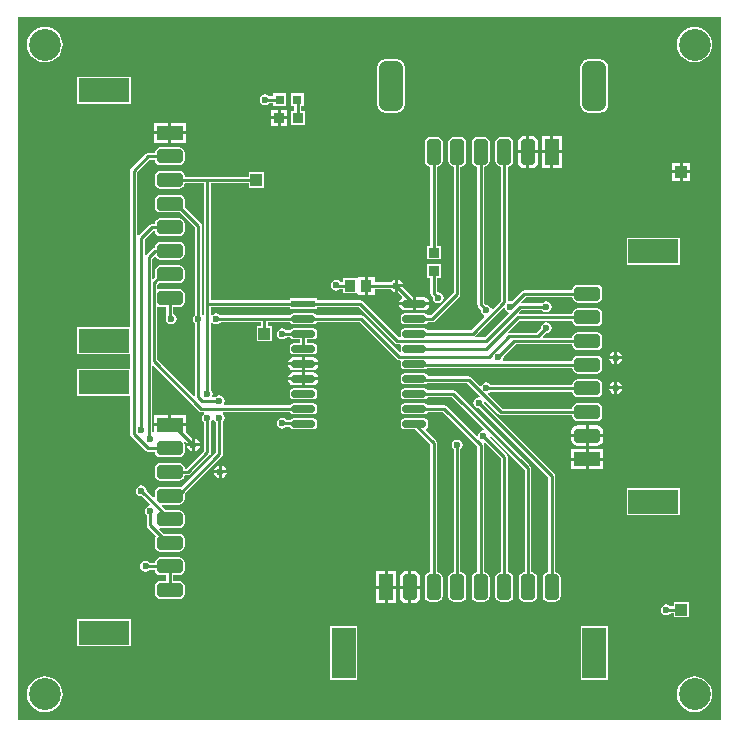
<source format=gtl>
G04*
G04 #@! TF.GenerationSoftware,Altium Limited,Altium Designer,18.1.7 (191)*
G04*
G04 Layer_Physical_Order=1*
G04 Layer_Color=255*
%FSLAX25Y25*%
%MOIN*%
G70*
G01*
G75*
%ADD10C,0.01000*%
%ADD14R,0.03150X0.03150*%
%ADD15R,0.03347X0.03347*%
%ADD16R,0.03347X0.03347*%
G04:AMPARAMS|DCode=17|XSize=23.62mil|YSize=78.74mil|CornerRadius=5.91mil|HoleSize=0mil|Usage=FLASHONLY|Rotation=270.000|XOffset=0mil|YOffset=0mil|HoleType=Round|Shape=RoundedRectangle|*
%AMROUNDEDRECTD17*
21,1,0.02362,0.06693,0,0,270.0*
21,1,0.01181,0.07874,0,0,270.0*
1,1,0.01181,-0.03347,-0.00591*
1,1,0.01181,-0.03347,0.00591*
1,1,0.01181,0.03347,0.00591*
1,1,0.01181,0.03347,-0.00591*
%
%ADD17ROUNDEDRECTD17*%
%ADD18R,0.07874X0.02362*%
%ADD19R,0.03543X0.03937*%
%ADD20R,0.16535X0.07874*%
%ADD21R,0.08661X0.04724*%
G04:AMPARAMS|DCode=22|XSize=47.24mil|YSize=86.61mil|CornerRadius=11.81mil|HoleSize=0mil|Usage=FLASHONLY|Rotation=90.000|XOffset=0mil|YOffset=0mil|HoleType=Round|Shape=RoundedRectangle|*
%AMROUNDEDRECTD22*
21,1,0.04724,0.06299,0,0,90.0*
21,1,0.02362,0.08661,0,0,90.0*
1,1,0.02362,0.03150,0.01181*
1,1,0.02362,0.03150,-0.01181*
1,1,0.02362,-0.03150,-0.01181*
1,1,0.02362,-0.03150,0.01181*
%
%ADD22ROUNDEDRECTD22*%
%ADD23R,0.07874X0.16535*%
%ADD24R,0.04724X0.08661*%
G04:AMPARAMS|DCode=25|XSize=47.24mil|YSize=86.61mil|CornerRadius=11.81mil|HoleSize=0mil|Usage=FLASHONLY|Rotation=0.000|XOffset=0mil|YOffset=0mil|HoleType=Round|Shape=RoundedRectangle|*
%AMROUNDEDRECTD25*
21,1,0.04724,0.06299,0,0,0.0*
21,1,0.02362,0.08661,0,0,0.0*
1,1,0.02362,0.01181,-0.03150*
1,1,0.02362,-0.01181,-0.03150*
1,1,0.02362,-0.01181,0.03150*
1,1,0.02362,0.01181,0.03150*
%
%ADD25ROUNDEDRECTD25*%
G04:AMPARAMS|DCode=26|XSize=78.74mil|YSize=165.35mil|CornerRadius=19.68mil|HoleSize=0mil|Usage=FLASHONLY|Rotation=180.000|XOffset=0mil|YOffset=0mil|HoleType=Round|Shape=RoundedRectangle|*
%AMROUNDEDRECTD26*
21,1,0.07874,0.12598,0,0,180.0*
21,1,0.03937,0.16535,0,0,180.0*
1,1,0.03937,-0.01968,0.06299*
1,1,0.03937,0.01968,0.06299*
1,1,0.03937,0.01968,-0.06299*
1,1,0.03937,-0.01968,-0.06299*
%
%ADD26ROUNDEDRECTD26*%
%ADD43R,0.03937X0.03937*%
%ADD44C,0.10630*%
%ADD45C,0.02362*%
G36*
X235099Y1122D02*
X728D01*
Y235493D01*
X235099D01*
Y1122D01*
D02*
G37*
%LPC*%
G36*
X226378Y232322D02*
X225218Y232207D01*
X224103Y231869D01*
X223076Y231320D01*
X222175Y230581D01*
X221436Y229680D01*
X220887Y228653D01*
X220549Y227537D01*
X220434Y226378D01*
X220549Y225218D01*
X220887Y224103D01*
X221436Y223076D01*
X222175Y222175D01*
X223076Y221436D01*
X224103Y220887D01*
X225218Y220549D01*
X226378Y220434D01*
X227537Y220549D01*
X228653Y220887D01*
X229680Y221436D01*
X230581Y222175D01*
X231320Y223076D01*
X231869Y224103D01*
X232207Y225218D01*
X232322Y226378D01*
X232207Y227537D01*
X231869Y228653D01*
X231320Y229680D01*
X230581Y230581D01*
X229680Y231320D01*
X228653Y231869D01*
X227537Y232207D01*
X226378Y232322D01*
D02*
G37*
G36*
X9843D02*
X8683Y232207D01*
X7568Y231869D01*
X6540Y231320D01*
X5640Y230581D01*
X4901Y229680D01*
X4351Y228653D01*
X4013Y227537D01*
X3899Y226378D01*
X4013Y225218D01*
X4351Y224103D01*
X4901Y223076D01*
X5640Y222175D01*
X6540Y221436D01*
X7568Y220887D01*
X8683Y220549D01*
X9843Y220434D01*
X11002Y220549D01*
X12117Y220887D01*
X13145Y221436D01*
X14045Y222175D01*
X14784Y223076D01*
X15334Y224103D01*
X15672Y225218D01*
X15786Y226378D01*
X15672Y227537D01*
X15334Y228653D01*
X14784Y229680D01*
X14045Y230581D01*
X13145Y231320D01*
X12117Y231869D01*
X11002Y232207D01*
X9843Y232322D01*
D02*
G37*
G36*
X90269Y210175D02*
X85920D01*
Y209121D01*
X84698D01*
X84589Y209284D01*
X84000Y209678D01*
X83305Y209816D01*
X82610Y209678D01*
X82021Y209284D01*
X81627Y208695D01*
X81489Y208000D01*
X81627Y207305D01*
X82021Y206716D01*
X82610Y206322D01*
X83305Y206184D01*
X84000Y206322D01*
X84589Y206716D01*
X84698Y206878D01*
X85920D01*
Y205825D01*
X90269D01*
Y210175D01*
D02*
G37*
G36*
X38375Y215757D02*
X20640D01*
Y206683D01*
X38375D01*
Y215757D01*
D02*
G37*
G36*
X194882Y221488D02*
X190945D01*
X190274Y221400D01*
X189649Y221141D01*
X189113Y220729D01*
X188701Y220193D01*
X188443Y219568D01*
X188354Y218898D01*
Y206299D01*
X188443Y205629D01*
X188701Y205004D01*
X189113Y204467D01*
X189649Y204056D01*
X190274Y203797D01*
X190945Y203709D01*
X194882D01*
X195552Y203797D01*
X196177Y204056D01*
X196714Y204467D01*
X197125Y205004D01*
X197384Y205629D01*
X197473Y206299D01*
Y218898D01*
X197384Y219568D01*
X197125Y220193D01*
X196714Y220729D01*
X196177Y221141D01*
X195552Y221400D01*
X194882Y221488D01*
D02*
G37*
G36*
X127165D02*
X123228D01*
X122558Y221400D01*
X121933Y221141D01*
X121397Y220729D01*
X120985Y220193D01*
X120726Y219568D01*
X120638Y218898D01*
Y206299D01*
X120726Y205629D01*
X120985Y205004D01*
X121397Y204467D01*
X121933Y204056D01*
X122558Y203797D01*
X123228Y203709D01*
X127165D01*
X127836Y203797D01*
X128461Y204056D01*
X128997Y204467D01*
X129409Y205004D01*
X129668Y205629D01*
X129756Y206299D01*
Y218898D01*
X129668Y219568D01*
X129409Y220193D01*
X128997Y220729D01*
X128461Y221141D01*
X127836Y221400D01*
X127165Y221488D01*
D02*
G37*
G36*
X90673Y204673D02*
X88500D01*
Y202500D01*
X90673D01*
Y204673D01*
D02*
G37*
G36*
X87500D02*
X85327D01*
Y202500D01*
X87500D01*
Y204673D01*
D02*
G37*
G36*
X96175Y210175D02*
X91825D01*
Y205825D01*
X92981D01*
Y204273D01*
X91829D01*
Y199727D01*
X96376D01*
Y204273D01*
X95224D01*
Y205825D01*
X96175D01*
Y210175D01*
D02*
G37*
G36*
X90673Y201500D02*
X88500D01*
Y199327D01*
X90673D01*
Y201500D01*
D02*
G37*
G36*
X87500D02*
X85327D01*
Y199327D01*
X87500D01*
Y201500D01*
D02*
G37*
G36*
X56807Y200409D02*
X51976D01*
Y197547D01*
X56807D01*
Y200409D01*
D02*
G37*
G36*
X50976D02*
X46146D01*
Y197547D01*
X50976D01*
Y200409D01*
D02*
G37*
G36*
X56807Y196547D02*
X51976D01*
Y193685D01*
X56807D01*
Y196547D01*
D02*
G37*
G36*
X50976D02*
X46146D01*
Y193685D01*
X50976D01*
Y196547D01*
D02*
G37*
G36*
X182102Y195961D02*
X179240D01*
Y191130D01*
X182102D01*
Y195961D01*
D02*
G37*
G36*
X172047Y196003D02*
X171366D01*
Y191130D01*
X174271D01*
Y193780D01*
X174102Y194631D01*
X173620Y195352D01*
X172898Y195834D01*
X172047Y196003D01*
D02*
G37*
G36*
X178240Y195961D02*
X175378D01*
Y191130D01*
X178240D01*
Y195961D01*
D02*
G37*
G36*
X170366Y196003D02*
X169685D01*
X168834Y195834D01*
X168113Y195352D01*
X167631Y194631D01*
X167461Y193780D01*
Y191130D01*
X170366D01*
Y196003D01*
D02*
G37*
G36*
X182102Y190130D02*
X179240D01*
Y185299D01*
X182102D01*
Y190130D01*
D02*
G37*
G36*
X178240D02*
X175378D01*
Y185299D01*
X178240D01*
Y190130D01*
D02*
G37*
G36*
X174271D02*
X171366D01*
Y185257D01*
X172047D01*
X172898Y185426D01*
X173620Y185908D01*
X174102Y186629D01*
X174271Y187480D01*
Y190130D01*
D02*
G37*
G36*
X170366D02*
X167461D01*
Y187480D01*
X167631Y186629D01*
X168113Y185908D01*
X168834Y185426D01*
X169685Y185257D01*
X170366D01*
Y190130D01*
D02*
G37*
G36*
X224969Y186969D02*
X222500D01*
Y184500D01*
X224969D01*
Y186969D01*
D02*
G37*
G36*
X221500D02*
X219032D01*
Y184500D01*
X221500D01*
Y186969D01*
D02*
G37*
G36*
X224969Y183500D02*
X222500D01*
Y181032D01*
X224969D01*
Y183500D01*
D02*
G37*
G36*
X221500D02*
X219032D01*
Y181032D01*
X221500D01*
Y183500D01*
D02*
G37*
G36*
X140551Y195596D02*
X138189D01*
X137494Y195457D01*
X136905Y195064D01*
X136511Y194474D01*
X136373Y193780D01*
Y187480D01*
X136511Y186785D01*
X136905Y186196D01*
X137494Y185803D01*
X138189Y185664D01*
X138341D01*
Y159324D01*
X137189D01*
Y154778D01*
X141735D01*
Y159324D01*
X140584D01*
Y185671D01*
X141246Y185803D01*
X141835Y186196D01*
X142229Y186785D01*
X142367Y187480D01*
Y193780D01*
X142229Y194474D01*
X141835Y195064D01*
X141246Y195457D01*
X140551Y195596D01*
D02*
G37*
G36*
X221466Y162017D02*
X203731D01*
Y152943D01*
X221466D01*
Y162017D01*
D02*
G37*
G36*
X114228Y148969D02*
X113987Y148568D01*
X113728Y148568D01*
X109313D01*
Y147122D01*
X108504D01*
X108284Y147450D01*
X107695Y147844D01*
X107000Y147982D01*
X106305Y147844D01*
X105716Y147450D01*
X105322Y146861D01*
X105184Y146166D01*
X105322Y145471D01*
X105716Y144882D01*
X106305Y144488D01*
X107000Y144350D01*
X107695Y144488D01*
X108279Y144878D01*
X109313D01*
Y143431D01*
X113987Y143431D01*
X114228Y143032D01*
X114298Y143032D01*
X114298Y143032D01*
X116500D01*
Y146000D01*
Y148969D01*
X114298D01*
Y148969D01*
X114298D01*
X114228D01*
D02*
G37*
G36*
X127500Y148124D02*
Y146500D01*
X129124D01*
X129054Y146851D01*
X128572Y147573D01*
X127851Y148055D01*
X127500Y148124D01*
D02*
G37*
G36*
X117500Y148969D02*
Y146000D01*
Y143032D01*
X119772D01*
Y144878D01*
X125126D01*
X125427Y144428D01*
X126149Y143946D01*
X126500Y143876D01*
Y146000D01*
Y148124D01*
X126149Y148055D01*
X125427Y147573D01*
X125126Y147122D01*
X119772D01*
Y148969D01*
X117500D01*
D02*
G37*
G36*
X136346Y142212D02*
X133500D01*
Y140500D01*
X137968D01*
Y140591D01*
X137845Y141211D01*
X137493Y141737D01*
X136967Y142089D01*
X136346Y142212D01*
D02*
G37*
G36*
X129124Y145500D02*
X127500D01*
Y143876D01*
X127532Y143882D01*
X128884Y142530D01*
X128784Y141923D01*
X128507Y141737D01*
X128155Y141211D01*
X128032Y140591D01*
Y140500D01*
X132500D01*
Y142212D01*
X132374D01*
X129118Y145468D01*
X129124Y145500D01*
D02*
G37*
G36*
X141735Y153222D02*
X137189D01*
Y148676D01*
X138341D01*
Y143538D01*
X138341Y143538D01*
X138426Y143109D01*
X138669Y142745D01*
X139222Y142192D01*
X139184Y142000D01*
X139322Y141305D01*
X139716Y140716D01*
X140305Y140322D01*
X141000Y140184D01*
X141695Y140322D01*
X142284Y140716D01*
X142678Y141305D01*
X142816Y142000D01*
X142678Y142695D01*
X142284Y143284D01*
X141695Y143678D01*
X141000Y143816D01*
X140584Y144183D01*
Y148676D01*
X141735D01*
Y153222D01*
D02*
G37*
G36*
X164173Y195596D02*
X161811D01*
X161116Y195457D01*
X160527Y195064D01*
X160133Y194474D01*
X159995Y193780D01*
Y187480D01*
X160133Y186785D01*
X160527Y186196D01*
X161116Y185803D01*
X161811Y185664D01*
X161871D01*
Y141026D01*
X159162Y138317D01*
X158741Y138445D01*
X158658Y138520D01*
X158284Y139079D01*
X157695Y139473D01*
X157000Y139611D01*
X156885Y139588D01*
X156240Y140233D01*
Y185664D01*
X156299D01*
X156994Y185803D01*
X157583Y186196D01*
X157977Y186785D01*
X158115Y187480D01*
Y193780D01*
X157977Y194474D01*
X157583Y195064D01*
X156994Y195457D01*
X156299Y195596D01*
X153937D01*
X153242Y195457D01*
X152653Y195064D01*
X152259Y194474D01*
X152121Y193780D01*
Y187480D01*
X152259Y186785D01*
X152653Y186196D01*
X153242Y185803D01*
X153937Y185664D01*
X153997D01*
Y139769D01*
X153997Y139769D01*
X154082Y139340D01*
X154325Y138976D01*
X155237Y138064D01*
X155184Y137795D01*
X155322Y137100D01*
X155716Y136511D01*
X156275Y136138D01*
X156351Y136054D01*
X156478Y135634D01*
X151966Y131122D01*
X137424D01*
X137205Y131449D01*
X136811Y131712D01*
X136346Y131804D01*
X129654D01*
X129189Y131712D01*
X128795Y131449D01*
X128532Y131055D01*
X128440Y130591D01*
Y129409D01*
X128442Y129398D01*
X128125Y129001D01*
X127606Y128980D01*
X115793Y140793D01*
X115429Y141036D01*
X115000Y141122D01*
X115000Y141122D01*
X100529D01*
Y141781D01*
X91455D01*
Y141122D01*
X65122D01*
Y180178D01*
X77731D01*
Y178731D01*
X82868D01*
Y183868D01*
X77731D01*
Y182421D01*
X56442D01*
Y182480D01*
X56304Y183175D01*
X55910Y183764D01*
X55321Y184158D01*
X54626Y184296D01*
X48327D01*
X47632Y184158D01*
X47043Y183764D01*
X46649Y183175D01*
X46511Y182480D01*
Y180118D01*
X46649Y179423D01*
X47043Y178834D01*
X47632Y178440D01*
X48327Y178302D01*
X54626D01*
X55321Y178440D01*
X55910Y178834D01*
X56304Y179423D01*
X56442Y180118D01*
Y180178D01*
X62878D01*
Y140000D01*
Y136533D01*
X62378Y136321D01*
X62122Y136530D01*
Y166000D01*
X62122Y166000D01*
X62036Y166429D01*
X61793Y166793D01*
X61793Y166793D01*
X56425Y172161D01*
X56442Y172244D01*
Y174606D01*
X56304Y175301D01*
X55910Y175890D01*
X55321Y176284D01*
X54626Y176422D01*
X48327D01*
X47632Y176284D01*
X47043Y175890D01*
X46649Y175301D01*
X46511Y174606D01*
Y172244D01*
X46649Y171549D01*
X47043Y170960D01*
X47632Y170566D01*
X48327Y170428D01*
X54626D01*
X54926Y170488D01*
X59878Y165535D01*
Y136393D01*
X59716Y136284D01*
X59322Y135695D01*
X59184Y135000D01*
X59322Y134305D01*
X59716Y133716D01*
X59878Y133607D01*
Y109415D01*
X59378Y109208D01*
X47167Y121419D01*
Y138850D01*
X47555Y139058D01*
X47667Y139063D01*
X48327Y138932D01*
X50355D01*
Y135779D01*
X50299Y135695D01*
X50160Y135000D01*
X50299Y134305D01*
X50692Y133716D01*
X51281Y133322D01*
X51976Y133184D01*
X52671Y133322D01*
X53260Y133716D01*
X53654Y134305D01*
X53792Y135000D01*
X53654Y135695D01*
X53260Y136284D01*
X52671Y136678D01*
X52598Y136692D01*
Y138932D01*
X54626D01*
X55321Y139070D01*
X55910Y139464D01*
X56304Y140053D01*
X56442Y140748D01*
Y143110D01*
X56304Y143805D01*
X55910Y144394D01*
X55321Y144788D01*
X54626Y144926D01*
X48327D01*
X47667Y144795D01*
X47555Y144801D01*
X47167Y145008D01*
Y146384D01*
X47711Y146929D01*
X48327Y146806D01*
X54626D01*
X55321Y146944D01*
X55910Y147338D01*
X56304Y147927D01*
X56442Y148622D01*
Y150984D01*
X56304Y151679D01*
X55910Y152268D01*
X55321Y152662D01*
X54626Y152800D01*
X48327D01*
X47632Y152662D01*
X47043Y152268D01*
X46649Y151679D01*
X46511Y150984D01*
Y148900D01*
X46029Y148418D01*
X45567Y148610D01*
Y154981D01*
X46213Y155627D01*
X46827Y155534D01*
X47043Y155212D01*
X47632Y154818D01*
X48327Y154680D01*
X54626D01*
X55321Y154818D01*
X55910Y155212D01*
X56304Y155801D01*
X56442Y156496D01*
Y158858D01*
X56304Y159553D01*
X55910Y160142D01*
X55321Y160536D01*
X54626Y160674D01*
X48327D01*
X47632Y160536D01*
X47043Y160142D01*
X46649Y159553D01*
X46511Y158858D01*
Y158766D01*
X46248Y158713D01*
X45884Y158470D01*
X45884Y158470D01*
X43653Y156239D01*
X43622Y156192D01*
X43122Y156344D01*
Y161535D01*
X46011Y164425D01*
X46511Y164418D01*
Y164370D01*
X46649Y163675D01*
X47043Y163086D01*
X47632Y162692D01*
X48327Y162554D01*
X54626D01*
X55321Y162692D01*
X55910Y163086D01*
X56304Y163675D01*
X56442Y164370D01*
Y166732D01*
X56304Y167427D01*
X55910Y168016D01*
X55321Y168410D01*
X54626Y168548D01*
X48327D01*
X47632Y168410D01*
X47043Y168016D01*
X46649Y167427D01*
X46511Y166732D01*
Y166673D01*
X45551D01*
X45551Y166673D01*
X45122Y166587D01*
X44758Y166344D01*
X44758Y166344D01*
X41207Y162793D01*
X40573Y162732D01*
X40492Y162788D01*
Y183905D01*
X44638Y188052D01*
X46511D01*
Y187992D01*
X46649Y187297D01*
X47043Y186708D01*
X47632Y186314D01*
X48327Y186176D01*
X54626D01*
X55321Y186314D01*
X55910Y186708D01*
X56304Y187297D01*
X56442Y187992D01*
Y190354D01*
X56304Y191049D01*
X55910Y191638D01*
X55321Y192032D01*
X54626Y192170D01*
X48327D01*
X47632Y192032D01*
X47043Y191638D01*
X46649Y191049D01*
X46511Y190354D01*
Y190295D01*
X44173D01*
X44173Y190295D01*
X43744Y190209D01*
X43380Y189966D01*
X43380Y189966D01*
X38577Y185163D01*
X38334Y184799D01*
X38249Y184370D01*
X38249Y184370D01*
Y132293D01*
X20640D01*
Y123219D01*
X38249D01*
Y118415D01*
X20640D01*
Y109341D01*
X38249D01*
Y96630D01*
X38249Y96630D01*
X38334Y96201D01*
X38577Y95837D01*
X43376Y91038D01*
X43740Y90795D01*
X44169Y90709D01*
X44169Y90709D01*
X46511D01*
Y90650D01*
X46649Y89955D01*
X47043Y89366D01*
X47632Y88972D01*
X48327Y88834D01*
X54626D01*
X55321Y88972D01*
X55910Y89366D01*
X56304Y89955D01*
X56442Y90650D01*
Y93012D01*
X56304Y93707D01*
X56267Y93762D01*
X56655Y94081D01*
X57204Y93532D01*
X57198Y93500D01*
X58822D01*
Y95124D01*
X58790Y95118D01*
X56807Y97101D01*
Y99205D01*
X51476D01*
X46146D01*
Y97401D01*
X45646Y97118D01*
X45578Y97158D01*
X45567Y97181D01*
Y119193D01*
X46029Y119385D01*
X61207Y104207D01*
X61207Y104207D01*
X61571Y103964D01*
X62000Y103878D01*
X62000Y103878D01*
X62705D01*
X62857Y103378D01*
X62716Y103284D01*
X62322Y102695D01*
X62184Y102000D01*
X62322Y101305D01*
X62716Y100716D01*
X62878Y100607D01*
Y90894D01*
X57063Y85078D01*
X56442D01*
Y85138D01*
X56304Y85833D01*
X55910Y86422D01*
X55321Y86816D01*
X54626Y86954D01*
X48327D01*
X47632Y86816D01*
X47043Y86422D01*
X46649Y85833D01*
X46511Y85138D01*
Y82776D01*
X46649Y82081D01*
X47043Y81492D01*
X47632Y81098D01*
X48327Y80960D01*
X54626D01*
X55321Y81098D01*
X55910Y81492D01*
X56304Y82081D01*
X56442Y82776D01*
Y82835D01*
X57528D01*
X57528Y82835D01*
X57957Y82921D01*
X58321Y83164D01*
X64793Y89636D01*
X64793Y89636D01*
X65036Y90000D01*
X65122Y90429D01*
X65122Y90429D01*
Y100607D01*
X65284Y100716D01*
X65678Y101305D01*
X65745Y101644D01*
X66255D01*
X66322Y101305D01*
X66716Y100716D01*
X66878Y100607D01*
Y90465D01*
X55342Y78928D01*
X55321Y78942D01*
X54626Y79080D01*
X48327D01*
X47632Y78942D01*
X47043Y78548D01*
X46649Y77959D01*
X46511Y77264D01*
Y75467D01*
X46011Y75260D01*
X43778Y77493D01*
X43816Y77685D01*
X43678Y78380D01*
X43284Y78969D01*
X42695Y79363D01*
X42000Y79501D01*
X41305Y79363D01*
X40716Y78969D01*
X40322Y78380D01*
X40184Y77685D01*
X40322Y76990D01*
X40716Y76401D01*
X41305Y76007D01*
X42000Y75869D01*
X42192Y75907D01*
X44811Y73288D01*
X44646Y72746D01*
X44305Y72678D01*
X43716Y72284D01*
X43322Y71695D01*
X43184Y71000D01*
X43322Y70305D01*
X43716Y69716D01*
X43878Y69607D01*
Y66142D01*
X43878Y66142D01*
X43964Y65713D01*
X44207Y65349D01*
X46928Y62628D01*
X46649Y62211D01*
X46511Y61516D01*
Y59153D01*
X46649Y58459D01*
X47043Y57869D01*
X47632Y57476D01*
X48327Y57337D01*
X54626D01*
X55321Y57476D01*
X55910Y57869D01*
X56304Y58459D01*
X56442Y59153D01*
Y61516D01*
X56304Y62211D01*
X55910Y62800D01*
X55321Y63194D01*
X54626Y63332D01*
X49396D01*
X47952Y64776D01*
X48198Y65237D01*
X48327Y65211D01*
X54626D01*
X55321Y65350D01*
X55910Y65743D01*
X56304Y66333D01*
X56442Y67027D01*
Y69390D01*
X56304Y70085D01*
X55910Y70674D01*
X55321Y71068D01*
X54626Y71206D01*
X50065D01*
X48685Y72586D01*
X48893Y73086D01*
X54626D01*
X55321Y73224D01*
X55910Y73618D01*
X56304Y74207D01*
X56442Y74902D01*
Y76856D01*
X68793Y89207D01*
X68793Y89207D01*
X69036Y89571D01*
X69122Y90000D01*
Y100607D01*
X69284Y100716D01*
X69678Y101305D01*
X69816Y102000D01*
X69678Y102695D01*
X69284Y103284D01*
X69143Y103378D01*
X69295Y103878D01*
X91569D01*
X91787Y103551D01*
X92181Y103288D01*
X92646Y103196D01*
X99339D01*
X99803Y103288D01*
X100197Y103551D01*
X100460Y103945D01*
X100552Y104409D01*
Y105591D01*
X100460Y106055D01*
X100197Y106449D01*
X99803Y106712D01*
X99339Y106804D01*
X92646D01*
X92181Y106712D01*
X91787Y106449D01*
X91569Y106122D01*
X69647D01*
X69409Y106622D01*
X69678Y107024D01*
X69816Y107719D01*
X69678Y108414D01*
X69284Y109003D01*
X68695Y109397D01*
X68000Y109535D01*
X67305Y109397D01*
X66716Y109003D01*
X66607Y108841D01*
X65898D01*
X65690Y109228D01*
X65685Y109341D01*
X65816Y110000D01*
X65678Y110695D01*
X65284Y111284D01*
X65122Y111393D01*
Y133705D01*
X65622Y133857D01*
X65716Y133716D01*
X66305Y133322D01*
X67000Y133184D01*
X67695Y133322D01*
X68284Y133716D01*
X68393Y133878D01*
X81878D01*
Y132569D01*
X80431D01*
Y127431D01*
X85568D01*
Y132569D01*
X84122D01*
Y133878D01*
X91569D01*
X91787Y133551D01*
X92181Y133288D01*
X92646Y133196D01*
X99339D01*
X99803Y133288D01*
X100197Y133551D01*
X100416Y133878D01*
X114816D01*
X127207Y121488D01*
X127207Y121488D01*
X127571Y121245D01*
X128000Y121160D01*
X128000Y121160D01*
X128046D01*
X128453Y120659D01*
X128440Y120591D01*
Y119409D01*
X128532Y118945D01*
X128795Y118551D01*
X129189Y118288D01*
X129654Y118196D01*
X136346D01*
X136811Y118288D01*
X137205Y118551D01*
X137213Y118563D01*
X185664D01*
Y118504D01*
X185803Y117809D01*
X186196Y117220D01*
X186785Y116826D01*
X187480Y116688D01*
X193780D01*
X194474Y116826D01*
X195064Y117220D01*
X195457Y117809D01*
X195596Y118504D01*
Y120866D01*
X195457Y121561D01*
X195064Y122150D01*
X194474Y122544D01*
X193780Y122682D01*
X187480D01*
X186785Y122544D01*
X186196Y122150D01*
X185803Y121561D01*
X185664Y120866D01*
Y120807D01*
X162758D01*
X162491Y121307D01*
X162678Y121586D01*
X162816Y122281D01*
X162778Y122473D01*
X166743Y126437D01*
X185664D01*
Y126378D01*
X185803Y125683D01*
X186196Y125094D01*
X186785Y124700D01*
X187480Y124562D01*
X193780D01*
X194474Y124700D01*
X195064Y125094D01*
X195457Y125683D01*
X195596Y126378D01*
Y128740D01*
X195457Y129435D01*
X195064Y130024D01*
X194474Y130418D01*
X193780Y130556D01*
X187480D01*
X186785Y130418D01*
X186196Y130024D01*
X185803Y129435D01*
X185664Y128740D01*
Y128681D01*
X175920D01*
X175729Y129143D01*
X176808Y130222D01*
X177000Y130184D01*
X177695Y130322D01*
X178284Y130716D01*
X178678Y131305D01*
X178816Y132000D01*
X178678Y132695D01*
X178284Y133284D01*
X177695Y133678D01*
X177000Y133816D01*
X176305Y133678D01*
X175716Y133284D01*
X175322Y132695D01*
X175184Y132000D01*
X175222Y131808D01*
X173695Y130281D01*
X164652D01*
X164652Y130281D01*
X164554Y130261D01*
X164308Y130722D01*
X167898Y134311D01*
X185664D01*
Y134252D01*
X185803Y133557D01*
X186196Y132968D01*
X186785Y132574D01*
X187480Y132436D01*
X193780D01*
X194474Y132574D01*
X195064Y132968D01*
X195457Y133557D01*
X195596Y134252D01*
Y136614D01*
X195457Y137309D01*
X195064Y137898D01*
X194474Y138292D01*
X193780Y138430D01*
X187480D01*
X186785Y138292D01*
X186196Y137898D01*
X185803Y137309D01*
X185664Y136614D01*
Y136555D01*
X168074D01*
X167867Y137055D01*
X168691Y137878D01*
X175607D01*
X175716Y137716D01*
X176305Y137322D01*
X177000Y137184D01*
X177695Y137322D01*
X178284Y137716D01*
X178678Y138305D01*
X178816Y139000D01*
X178678Y139695D01*
X178284Y140284D01*
X177695Y140678D01*
X177000Y140816D01*
X176305Y140678D01*
X175716Y140284D01*
X175607Y140122D01*
X168696D01*
X168489Y140622D01*
X170053Y142186D01*
X185664D01*
Y142126D01*
X185803Y141431D01*
X186196Y140842D01*
X186785Y140448D01*
X187480Y140310D01*
X193780D01*
X194474Y140448D01*
X195064Y140842D01*
X195457Y141431D01*
X195596Y142126D01*
Y144488D01*
X195457Y145183D01*
X195064Y145772D01*
X194474Y146166D01*
X193780Y146304D01*
X187480D01*
X186785Y146166D01*
X186196Y145772D01*
X185803Y145183D01*
X185664Y144488D01*
Y144429D01*
X169588D01*
X169159Y144343D01*
X168795Y144100D01*
X168795Y144100D01*
X165426Y140731D01*
X165000Y140816D01*
X164614Y140739D01*
X164117Y141103D01*
X164114Y141111D01*
Y185664D01*
X164173D01*
X164868Y185803D01*
X165457Y186196D01*
X165851Y186785D01*
X165989Y187480D01*
Y193780D01*
X165851Y194474D01*
X165457Y195064D01*
X164868Y195457D01*
X164173Y195596D01*
D02*
G37*
G36*
X137968Y139500D02*
X133500D01*
Y137788D01*
X136346D01*
X136967Y137911D01*
X137493Y138263D01*
X137845Y138789D01*
X137968Y139409D01*
Y139500D01*
D02*
G37*
G36*
X132500D02*
X128032D01*
Y139409D01*
X128155Y138789D01*
X128507Y138263D01*
X129033Y137911D01*
X129654Y137788D01*
X132500D01*
Y139500D01*
D02*
G37*
G36*
X148425Y195596D02*
X146063D01*
X145368Y195457D01*
X144779Y195064D01*
X144385Y194474D01*
X144247Y193780D01*
Y187480D01*
X144385Y186785D01*
X144779Y186196D01*
X145368Y185803D01*
X146063Y185664D01*
X146123D01*
Y143680D01*
X138565Y136122D01*
X137424D01*
X137205Y136449D01*
X136811Y136712D01*
X136346Y136804D01*
X129654D01*
X129189Y136712D01*
X128795Y136449D01*
X128532Y136055D01*
X128440Y135591D01*
Y134409D01*
X128532Y133945D01*
X128795Y133551D01*
X129189Y133288D01*
X129654Y133196D01*
X136346D01*
X136811Y133288D01*
X137205Y133551D01*
X137424Y133878D01*
X139029D01*
X139029Y133878D01*
X139458Y133964D01*
X139822Y134207D01*
X148037Y142422D01*
X148280Y142786D01*
X148366Y143215D01*
X148366Y143215D01*
Y185664D01*
X148425D01*
X149120Y185803D01*
X149709Y186196D01*
X150103Y186785D01*
X150241Y187480D01*
Y193780D01*
X150103Y194474D01*
X149709Y195064D01*
X149120Y195457D01*
X148425Y195596D01*
D02*
G37*
G36*
X89000Y131816D02*
X88305Y131678D01*
X87716Y131284D01*
X87322Y130695D01*
X87184Y130000D01*
X87322Y129305D01*
X87716Y128716D01*
X88305Y128322D01*
X89000Y128184D01*
X89695Y128322D01*
X90284Y128716D01*
X90393Y128878D01*
X91569D01*
X91787Y128551D01*
X92181Y128288D01*
X92646Y128196D01*
X94871D01*
Y126804D01*
X92646D01*
X92181Y126712D01*
X91787Y126449D01*
X91524Y126055D01*
X91432Y125591D01*
Y124409D01*
X91524Y123945D01*
X91787Y123551D01*
X92181Y123288D01*
X92646Y123196D01*
X99339D01*
X99803Y123288D01*
X100197Y123551D01*
X100460Y123945D01*
X100552Y124409D01*
Y125591D01*
X100460Y126055D01*
X100197Y126449D01*
X99803Y126712D01*
X99339Y126804D01*
X97114D01*
Y128196D01*
X99339D01*
X99803Y128288D01*
X100197Y128551D01*
X100460Y128945D01*
X100552Y129409D01*
Y130591D01*
X100460Y131055D01*
X100197Y131449D01*
X99803Y131712D01*
X99339Y131804D01*
X92646D01*
X92181Y131712D01*
X91787Y131449D01*
X91569Y131122D01*
X90393D01*
X90284Y131284D01*
X89695Y131678D01*
X89000Y131816D01*
D02*
G37*
G36*
X200624Y124124D02*
Y122500D01*
X202249D01*
X202179Y122851D01*
X201697Y123573D01*
X200975Y124055D01*
X200624Y124124D01*
D02*
G37*
G36*
X199624D02*
X199273Y124055D01*
X198552Y123573D01*
X198070Y122851D01*
X198000Y122500D01*
X199624D01*
Y124124D01*
D02*
G37*
G36*
X99339Y122212D02*
X96492D01*
Y120500D01*
X100960D01*
Y120591D01*
X100837Y121211D01*
X100485Y121737D01*
X99959Y122089D01*
X99339Y122212D01*
D02*
G37*
G36*
X95492D02*
X92646D01*
X92025Y122089D01*
X91499Y121737D01*
X91147Y121211D01*
X91024Y120591D01*
Y120500D01*
X95492D01*
Y122212D01*
D02*
G37*
G36*
X202249Y121500D02*
X200624D01*
Y119876D01*
X200975Y119946D01*
X201697Y120428D01*
X202179Y121149D01*
X202249Y121500D01*
D02*
G37*
G36*
X199624D02*
X198000D01*
X198070Y121149D01*
X198552Y120428D01*
X199273Y119946D01*
X199624Y119876D01*
Y121500D01*
D02*
G37*
G36*
X100960Y119500D02*
X96492D01*
Y117788D01*
X99339D01*
X99959Y117911D01*
X100485Y118263D01*
X100837Y118789D01*
X100960Y119409D01*
Y119500D01*
D02*
G37*
G36*
X95492D02*
X91024D01*
Y119409D01*
X91147Y118789D01*
X91499Y118263D01*
X92025Y117911D01*
X92646Y117788D01*
X95492D01*
Y119500D01*
D02*
G37*
G36*
X99339Y117212D02*
X96492D01*
Y115500D01*
X100960D01*
Y115591D01*
X100837Y116211D01*
X100485Y116737D01*
X99959Y117089D01*
X99339Y117212D01*
D02*
G37*
G36*
X95492D02*
X92646D01*
X92025Y117089D01*
X91499Y116737D01*
X91147Y116211D01*
X91024Y115591D01*
Y115500D01*
X95492D01*
Y117212D01*
D02*
G37*
G36*
X100960Y114500D02*
X96492D01*
Y112788D01*
X99339D01*
X99959Y112911D01*
X100485Y113263D01*
X100837Y113789D01*
X100960Y114409D01*
Y114500D01*
D02*
G37*
G36*
X95492D02*
X91024D01*
Y114409D01*
X91147Y113789D01*
X91499Y113263D01*
X92025Y112911D01*
X92646Y112788D01*
X95492D01*
Y114500D01*
D02*
G37*
G36*
X200624Y114124D02*
Y112500D01*
X202249D01*
X202179Y112851D01*
X201697Y113573D01*
X200975Y114055D01*
X200624Y114124D01*
D02*
G37*
G36*
X199624D02*
X199273Y114055D01*
X198552Y113573D01*
X198070Y112851D01*
X198000Y112500D01*
X199624D01*
Y114124D01*
D02*
G37*
G36*
X202249Y111500D02*
X200624D01*
Y109876D01*
X200975Y109945D01*
X201697Y110427D01*
X202179Y111149D01*
X202249Y111500D01*
D02*
G37*
G36*
X199624D02*
X198000D01*
X198070Y111149D01*
X198552Y110427D01*
X199273Y109945D01*
X199624Y109876D01*
Y111500D01*
D02*
G37*
G36*
X136346Y116804D02*
X129654D01*
X129189Y116712D01*
X128795Y116449D01*
X128532Y116055D01*
X128440Y115591D01*
Y114409D01*
X128532Y113945D01*
X128795Y113551D01*
X129189Y113288D01*
X129654Y113196D01*
X136346D01*
X136811Y113288D01*
X137205Y113551D01*
X137236Y113597D01*
X150572D01*
X154946Y109224D01*
X154699Y108763D01*
X154433Y108816D01*
X153738Y108678D01*
X153149Y108284D01*
X152755Y107695D01*
X152617Y107000D01*
X152755Y106305D01*
X153149Y105716D01*
X153738Y105322D01*
X154433Y105184D01*
X154625Y105222D01*
X177619Y82228D01*
Y50556D01*
X177559D01*
X176864Y50418D01*
X176275Y50024D01*
X175881Y49435D01*
X175743Y48740D01*
Y42441D01*
X175881Y41746D01*
X176275Y41157D01*
X176864Y40763D01*
X177559Y40625D01*
X179921D01*
X180616Y40763D01*
X181205Y41157D01*
X181599Y41746D01*
X181737Y42441D01*
Y48740D01*
X181599Y49435D01*
X181205Y50024D01*
X180616Y50418D01*
X179921Y50556D01*
X179862D01*
Y82693D01*
X179862Y82693D01*
X179776Y83122D01*
X179533Y83486D01*
X156215Y106804D01*
X156218Y106842D01*
X156249Y107000D01*
X156233Y107080D01*
X156247Y107293D01*
X156657Y107513D01*
X161026Y103144D01*
X161026Y103144D01*
X161389Y102901D01*
X161819Y102815D01*
X161819Y102815D01*
X185664D01*
Y102756D01*
X185803Y102061D01*
X186196Y101472D01*
X186785Y101078D01*
X187480Y100940D01*
X193780D01*
X194474Y101078D01*
X195064Y101472D01*
X195457Y102061D01*
X195596Y102756D01*
Y105118D01*
X195457Y105813D01*
X195064Y106402D01*
X194474Y106796D01*
X193780Y106934D01*
X187480D01*
X186785Y106796D01*
X186196Y106402D01*
X185803Y105813D01*
X185664Y105118D01*
Y105059D01*
X162283D01*
X157539Y109803D01*
X157647Y110277D01*
X157714Y110335D01*
X158245Y110689D01*
X185664D01*
Y110630D01*
X185803Y109935D01*
X186196Y109346D01*
X186785Y108952D01*
X187480Y108814D01*
X193780D01*
X194474Y108952D01*
X195064Y109346D01*
X195457Y109935D01*
X195596Y110630D01*
Y112992D01*
X195457Y113687D01*
X195064Y114276D01*
X194474Y114670D01*
X193780Y114808D01*
X187480D01*
X186785Y114670D01*
X186196Y114276D01*
X185803Y113687D01*
X185664Y112992D01*
Y112933D01*
X158519D01*
X158284Y113284D01*
X157695Y113678D01*
X157000Y113816D01*
X156305Y113678D01*
X155716Y113284D01*
X155335Y112714D01*
X155277Y112647D01*
X154803Y112539D01*
X151830Y115512D01*
X151466Y115755D01*
X151037Y115840D01*
X151037Y115840D01*
X137511D01*
X137468Y116055D01*
X137205Y116449D01*
X136811Y116712D01*
X136346Y116804D01*
D02*
G37*
G36*
X99339Y111804D02*
X92646D01*
X92181Y111712D01*
X91787Y111449D01*
X91524Y111055D01*
X91432Y110591D01*
Y109409D01*
X91524Y108945D01*
X91787Y108551D01*
X92181Y108288D01*
X92646Y108196D01*
X99339D01*
X99803Y108288D01*
X100197Y108551D01*
X100460Y108945D01*
X100552Y109409D01*
Y110591D01*
X100460Y111055D01*
X100197Y111449D01*
X99803Y111712D01*
X99339Y111804D01*
D02*
G37*
G36*
X56807Y103067D02*
X51976D01*
Y100205D01*
X56807D01*
Y103067D01*
D02*
G37*
G36*
X50976D02*
X46146D01*
Y100205D01*
X50976D01*
Y103067D01*
D02*
G37*
G36*
X89000Y102021D02*
X88305Y101883D01*
X87716Y101489D01*
X87322Y100900D01*
X87184Y100205D01*
X87322Y99510D01*
X87716Y98921D01*
X88305Y98527D01*
X89000Y98389D01*
X89695Y98527D01*
X90284Y98921D01*
X90393Y99083D01*
X91497D01*
X91524Y98945D01*
X91787Y98551D01*
X92181Y98288D01*
X92646Y98196D01*
X99339D01*
X99803Y98288D01*
X100197Y98551D01*
X100460Y98945D01*
X100552Y99410D01*
Y100591D01*
X100460Y101055D01*
X100197Y101449D01*
X99803Y101712D01*
X99339Y101804D01*
X92646D01*
X92181Y101712D01*
X91787Y101449D01*
X91705Y101326D01*
X90393D01*
X90284Y101489D01*
X89695Y101883D01*
X89000Y102021D01*
D02*
G37*
G36*
X193780Y99468D02*
X191130D01*
Y96563D01*
X196003D01*
Y97244D01*
X195834Y98095D01*
X195352Y98817D01*
X194631Y99299D01*
X193780Y99468D01*
D02*
G37*
G36*
X190130D02*
X187480D01*
X186629Y99299D01*
X185908Y98817D01*
X185426Y98095D01*
X185257Y97244D01*
Y96563D01*
X190130D01*
Y99468D01*
D02*
G37*
G36*
X136346Y111804D02*
X129654D01*
X129189Y111712D01*
X128795Y111449D01*
X128532Y111055D01*
X128440Y110591D01*
Y109409D01*
X128532Y108945D01*
X128795Y108551D01*
X129189Y108288D01*
X129654Y108196D01*
X136346D01*
X136811Y108288D01*
X137205Y108551D01*
X137424Y108878D01*
X145535D01*
X156110Y98304D01*
X156057Y98070D01*
X155909Y97798D01*
X155305Y97678D01*
X154716Y97284D01*
X154322Y96695D01*
X154202Y96091D01*
X153930Y95943D01*
X153696Y95890D01*
X143793Y105793D01*
X143429Y106036D01*
X143000Y106122D01*
X143000Y106122D01*
X137424D01*
X137205Y106449D01*
X136811Y106712D01*
X136346Y106804D01*
X129654D01*
X129189Y106712D01*
X128795Y106449D01*
X128532Y106055D01*
X128440Y105591D01*
Y104409D01*
X128532Y103945D01*
X128795Y103551D01*
X129189Y103288D01*
X129654Y103196D01*
X136346D01*
X136811Y103288D01*
X137205Y103551D01*
X137424Y103878D01*
X142535D01*
X153997Y92417D01*
Y50556D01*
X153937D01*
X153242Y50418D01*
X152653Y50024D01*
X152259Y49435D01*
X152121Y48740D01*
Y42441D01*
X152259Y41746D01*
X152653Y41157D01*
X153242Y40763D01*
X153937Y40625D01*
X156299D01*
X156994Y40763D01*
X157583Y41157D01*
X157977Y41746D01*
X158115Y42441D01*
Y48740D01*
X157977Y49435D01*
X157583Y50024D01*
X156994Y50418D01*
X156299Y50556D01*
X156240D01*
Y92882D01*
X156154Y93311D01*
X156132Y93345D01*
X156162Y93654D01*
X156351Y93917D01*
X156502Y93912D01*
X161871Y88543D01*
Y50556D01*
X161811D01*
X161116Y50418D01*
X160527Y50024D01*
X160133Y49435D01*
X159995Y48740D01*
Y42441D01*
X160133Y41746D01*
X160527Y41157D01*
X161116Y40763D01*
X161811Y40625D01*
X164173D01*
X164868Y40763D01*
X165457Y41157D01*
X165851Y41746D01*
X165989Y42441D01*
Y48740D01*
X165851Y49435D01*
X165457Y50024D01*
X164868Y50418D01*
X164173Y50556D01*
X164114D01*
Y89008D01*
X164028Y89437D01*
X163785Y89801D01*
X163785Y89801D01*
X158088Y95498D01*
X158084Y95623D01*
X158471Y95798D01*
X158620Y95793D01*
X169745Y84669D01*
Y50556D01*
X169685D01*
X168990Y50418D01*
X168401Y50024D01*
X168007Y49435D01*
X167869Y48740D01*
Y42441D01*
X168007Y41746D01*
X168401Y41157D01*
X168990Y40763D01*
X169685Y40625D01*
X172047D01*
X172742Y40763D01*
X173331Y41157D01*
X173725Y41746D01*
X173863Y42441D01*
Y48740D01*
X173725Y49435D01*
X173331Y50024D01*
X172742Y50418D01*
X172047Y50556D01*
X171988D01*
Y85134D01*
X171902Y85563D01*
X171659Y85927D01*
X171659Y85927D01*
X146793Y110793D01*
X146429Y111036D01*
X146000Y111122D01*
X146000Y111122D01*
X137424D01*
X137205Y111449D01*
X136811Y111712D01*
X136346Y111804D01*
D02*
G37*
G36*
X59822Y95124D02*
Y93500D01*
X61447D01*
X61377Y93851D01*
X60895Y94573D01*
X60173Y95055D01*
X59822Y95124D01*
D02*
G37*
G36*
X196003Y95563D02*
X191130D01*
Y92658D01*
X193780D01*
X194631Y92827D01*
X195352Y93309D01*
X195834Y94031D01*
X196003Y94882D01*
Y95563D01*
D02*
G37*
G36*
X190130D02*
X185257D01*
Y94882D01*
X185426Y94031D01*
X185908Y93309D01*
X186629Y92827D01*
X187480Y92658D01*
X190130D01*
Y95563D01*
D02*
G37*
G36*
X61447Y92500D02*
X59822D01*
Y90876D01*
X60173Y90946D01*
X60895Y91427D01*
X61377Y92149D01*
X61447Y92500D01*
D02*
G37*
G36*
X58822D02*
X57198D01*
X57268Y92149D01*
X57750Y91427D01*
X58471Y90946D01*
X58822Y90876D01*
Y92500D01*
D02*
G37*
G36*
X195961Y91551D02*
X191130D01*
Y88689D01*
X195961D01*
Y91551D01*
D02*
G37*
G36*
X190130D02*
X185299D01*
Y88689D01*
X190130D01*
Y91551D01*
D02*
G37*
G36*
X195961Y87689D02*
X191130D01*
Y84827D01*
X195961D01*
Y87689D01*
D02*
G37*
G36*
X190130D02*
X185299D01*
Y84827D01*
X190130D01*
Y87689D01*
D02*
G37*
G36*
X68784Y86124D02*
Y84500D01*
X70408D01*
X70339Y84851D01*
X69857Y85572D01*
X69135Y86054D01*
X68784Y86124D01*
D02*
G37*
G36*
X67784D02*
X67433Y86054D01*
X66712Y85572D01*
X66229Y84851D01*
X66160Y84500D01*
X67784D01*
Y86124D01*
D02*
G37*
G36*
X70408Y83500D02*
X68784D01*
Y81876D01*
X69135Y81946D01*
X69857Y82428D01*
X70339Y83149D01*
X70408Y83500D01*
D02*
G37*
G36*
X67784D02*
X66160D01*
X66229Y83149D01*
X66712Y82428D01*
X67433Y81946D01*
X67784Y81876D01*
Y83500D01*
D02*
G37*
G36*
X221466Y78553D02*
X203731D01*
Y69479D01*
X221466D01*
Y78553D01*
D02*
G37*
G36*
X54626Y55458D02*
X48327D01*
X47632Y55319D01*
X47043Y54926D01*
X46649Y54337D01*
X46511Y53642D01*
Y53582D01*
X44769D01*
X44660Y53745D01*
X44071Y54138D01*
X43376Y54277D01*
X42681Y54138D01*
X42092Y53745D01*
X41698Y53156D01*
X41560Y52461D01*
X41698Y51766D01*
X42092Y51177D01*
X42681Y50783D01*
X43376Y50645D01*
X44071Y50783D01*
X44660Y51177D01*
X44769Y51339D01*
X46511D01*
Y51279D01*
X46649Y50585D01*
X47043Y49995D01*
X47632Y49602D01*
X48327Y49463D01*
X50355D01*
Y47584D01*
X48327D01*
X47632Y47445D01*
X47043Y47052D01*
X46649Y46463D01*
X46511Y45768D01*
Y43406D01*
X46649Y42711D01*
X47043Y42121D01*
X47632Y41728D01*
X48327Y41589D01*
X54626D01*
X55321Y41728D01*
X55910Y42121D01*
X56304Y42711D01*
X56442Y43406D01*
Y45768D01*
X56304Y46463D01*
X55910Y47052D01*
X55321Y47445D01*
X54626Y47584D01*
X52598D01*
Y49463D01*
X54626D01*
X55321Y49602D01*
X55910Y49995D01*
X56304Y50585D01*
X56442Y51279D01*
Y53642D01*
X56304Y54337D01*
X55910Y54926D01*
X55321Y55319D01*
X54626Y55458D01*
D02*
G37*
G36*
X132677Y50964D02*
X131996D01*
Y46091D01*
X134901D01*
Y48740D01*
X134732Y49591D01*
X134250Y50313D01*
X133528Y50795D01*
X132677Y50964D01*
D02*
G37*
G36*
X130996D02*
X130315D01*
X129464Y50795D01*
X128743Y50313D01*
X128260Y49591D01*
X128091Y48740D01*
Y46091D01*
X130996D01*
Y50964D01*
D02*
G37*
G36*
X126984Y50921D02*
X124122D01*
Y46091D01*
X126984D01*
Y50921D01*
D02*
G37*
G36*
X123122D02*
X120260D01*
Y46091D01*
X123122D01*
Y50921D01*
D02*
G37*
G36*
X147244Y94698D02*
X146549Y94560D01*
X145960Y94166D01*
X145566Y93577D01*
X145428Y92882D01*
X145566Y92187D01*
X145960Y91598D01*
X146123Y91489D01*
Y50556D01*
X146063D01*
X145368Y50418D01*
X144779Y50024D01*
X144385Y49435D01*
X144247Y48740D01*
Y42441D01*
X144385Y41746D01*
X144779Y41157D01*
X145368Y40763D01*
X146063Y40625D01*
X148425D01*
X149120Y40763D01*
X149709Y41157D01*
X150103Y41746D01*
X150241Y42441D01*
Y48740D01*
X150103Y49435D01*
X149709Y50024D01*
X149120Y50418D01*
X148425Y50556D01*
X148366D01*
Y91489D01*
X148528Y91598D01*
X148922Y92187D01*
X149060Y92882D01*
X148922Y93577D01*
X148528Y94166D01*
X147939Y94560D01*
X147244Y94698D01*
D02*
G37*
G36*
X136346Y101804D02*
X129654D01*
X129189Y101712D01*
X128795Y101449D01*
X128532Y101055D01*
X128440Y100591D01*
Y99410D01*
X128532Y98945D01*
X128795Y98551D01*
X129189Y98288D01*
X129654Y98196D01*
X133218D01*
X138249Y93165D01*
Y50556D01*
X138189D01*
X137494Y50418D01*
X136905Y50024D01*
X136511Y49435D01*
X136373Y48740D01*
Y42441D01*
X136511Y41746D01*
X136905Y41157D01*
X137494Y40763D01*
X138189Y40625D01*
X140551D01*
X141246Y40763D01*
X141835Y41157D01*
X142229Y41746D01*
X142367Y42441D01*
Y48740D01*
X142229Y49435D01*
X141835Y50024D01*
X141246Y50418D01*
X140551Y50556D01*
X140492D01*
Y93630D01*
X140492Y93630D01*
X140406Y94059D01*
X140163Y94423D01*
X140163Y94423D01*
X136776Y97810D01*
X136927Y98366D01*
X137205Y98551D01*
X137468Y98945D01*
X137560Y99410D01*
Y100591D01*
X137468Y101055D01*
X137205Y101449D01*
X136811Y101712D01*
X136346Y101804D01*
D02*
G37*
G36*
X126984Y45091D02*
X124122D01*
Y40260D01*
X126984D01*
Y45091D01*
D02*
G37*
G36*
X123122D02*
X120260D01*
Y40260D01*
X123122D01*
Y45091D01*
D02*
G37*
G36*
X134901D02*
X131996D01*
Y40217D01*
X132677D01*
X133528Y40386D01*
X134250Y40868D01*
X134732Y41590D01*
X134901Y42441D01*
Y45091D01*
D02*
G37*
G36*
X130996D02*
X128091D01*
Y42441D01*
X128260Y41590D01*
X128743Y40868D01*
X129464Y40386D01*
X130315Y40217D01*
X130996D01*
Y45091D01*
D02*
G37*
G36*
X224569Y40569D02*
X219431D01*
Y39122D01*
X218393D01*
X218284Y39284D01*
X217695Y39678D01*
X217000Y39816D01*
X216305Y39678D01*
X215716Y39284D01*
X215322Y38695D01*
X215184Y38000D01*
X215322Y37305D01*
X215716Y36716D01*
X216305Y36322D01*
X217000Y36184D01*
X217695Y36322D01*
X218284Y36716D01*
X218393Y36878D01*
X219431D01*
Y35432D01*
X224569D01*
Y40569D01*
D02*
G37*
G36*
X38375Y34950D02*
X20640D01*
Y25876D01*
X38375D01*
Y34950D01*
D02*
G37*
G36*
X197450Y32490D02*
X188376D01*
Y14754D01*
X197450D01*
Y32490D01*
D02*
G37*
G36*
X113986D02*
X104912D01*
Y14754D01*
X113986D01*
Y32490D01*
D02*
G37*
G36*
X226378Y15786D02*
X225218Y15672D01*
X224103Y15334D01*
X223076Y14784D01*
X222175Y14045D01*
X221436Y13145D01*
X220887Y12117D01*
X220549Y11002D01*
X220434Y9843D01*
X220549Y8683D01*
X220887Y7568D01*
X221436Y6540D01*
X222175Y5640D01*
X223076Y4901D01*
X224103Y4351D01*
X225218Y4013D01*
X226378Y3899D01*
X227537Y4013D01*
X228653Y4351D01*
X229680Y4901D01*
X230581Y5640D01*
X231320Y6540D01*
X231869Y7568D01*
X232207Y8683D01*
X232322Y9843D01*
X232207Y11002D01*
X231869Y12117D01*
X231320Y13145D01*
X230581Y14045D01*
X229680Y14784D01*
X228653Y15334D01*
X227537Y15672D01*
X226378Y15786D01*
D02*
G37*
G36*
X9843D02*
X8683Y15672D01*
X7568Y15334D01*
X6540Y14784D01*
X5640Y14045D01*
X4901Y13145D01*
X4351Y12117D01*
X4013Y11002D01*
X3899Y9843D01*
X4013Y8683D01*
X4351Y7568D01*
X4901Y6540D01*
X5640Y5640D01*
X6540Y4901D01*
X7568Y4351D01*
X8683Y4013D01*
X9843Y3899D01*
X11002Y4013D01*
X12117Y4351D01*
X13145Y4901D01*
X14045Y5640D01*
X14784Y6540D01*
X15334Y7568D01*
X15672Y8683D01*
X15786Y9843D01*
X15672Y11002D01*
X15334Y12117D01*
X14784Y13145D01*
X14045Y14045D01*
X13145Y14784D01*
X12117Y15334D01*
X11002Y15672D01*
X9843Y15786D01*
D02*
G37*
%LPD*%
G36*
X126488Y126926D02*
X126488Y126926D01*
X126852Y126683D01*
X127281Y126597D01*
X127281Y126597D01*
X128293D01*
X128560Y126097D01*
X128532Y126055D01*
X128440Y125591D01*
Y124409D01*
X128508Y124066D01*
X128086Y123782D01*
X116074Y135793D01*
X115710Y136036D01*
X115281Y136122D01*
X115281Y136122D01*
X100416D01*
X100197Y136449D01*
X99803Y136712D01*
X99339Y136804D01*
X92646D01*
X92181Y136712D01*
X91787Y136449D01*
X91569Y136122D01*
X68393D01*
X68284Y136284D01*
X67695Y136678D01*
X67000Y136816D01*
X66305Y136678D01*
X65716Y136284D01*
X65622Y136143D01*
X65122Y136295D01*
Y138878D01*
X91455D01*
Y138219D01*
X100529D01*
Y138878D01*
X114535D01*
X126488Y126926D01*
D02*
G37*
G36*
X163274Y138550D02*
X163322Y138305D01*
X163716Y137716D01*
X164275Y137342D01*
X164350Y137259D01*
X164478Y136838D01*
X156480Y128840D01*
X153546D01*
X153357Y129341D01*
X162731Y138714D01*
X163274Y138550D01*
D02*
G37*
D10*
X52617Y99705D02*
X59322Y93000D01*
X51476Y99705D02*
X52617D01*
X83305Y208000D02*
X88095D01*
X94000D02*
X94102Y207898D01*
Y202000D02*
Y207898D01*
X139370Y190630D02*
X139462Y190538D01*
Y157051D02*
Y190538D01*
X64000Y181299D02*
X80299D01*
X51476D02*
X64000D01*
Y140000D02*
Y181299D01*
X83000Y135000D02*
X95992D01*
X67000D02*
X83000D01*
Y130000D02*
Y135000D01*
X89000Y130000D02*
X95992D01*
X217000Y38000D02*
X222000D01*
X107000Y146166D02*
X107166Y146000D01*
X111685D01*
X89000Y100205D02*
X95787D01*
X95992Y100000D01*
Y125000D02*
Y130000D01*
X43376Y52461D02*
X51476D01*
Y44587D02*
Y52461D01*
X64000Y90429D02*
Y102000D01*
X57528Y83957D02*
X64000Y90429D01*
X51476Y83957D02*
X57528D01*
X51476Y135500D02*
X51976Y135000D01*
X51476Y135500D02*
Y141929D01*
Y172000D02*
X55000D01*
X61000Y135000D02*
Y166000D01*
X55000Y172000D02*
X61000Y166000D01*
X51476Y172000D02*
Y173425D01*
X62281Y107719D02*
X68000D01*
X61000Y109000D02*
X62281Y107719D01*
X61000Y109000D02*
Y135000D01*
X64000Y110000D02*
Y140000D01*
X95992D01*
X68000Y90000D02*
Y102000D01*
X54083Y76083D02*
X68000Y90000D01*
X51476Y76083D02*
X54083D01*
X62000Y105000D02*
X95992D01*
X46046Y120954D02*
X62000Y105000D01*
X39370Y96630D02*
Y184370D01*
Y96630D02*
X44169Y91831D01*
X39370Y184370D02*
X44173Y189173D01*
X51476Y173425D02*
X54575D01*
X49000Y149803D02*
X51476D01*
X46046Y146849D02*
X49000Y149803D01*
X46046Y120954D02*
Y146849D01*
X44446Y155446D02*
X46677Y157677D01*
X44446Y95554D02*
Y155446D01*
Y95554D02*
X45000Y95000D01*
X95992Y135000D02*
X115281D01*
X128000Y122281D01*
X157774D01*
X164652Y129159D01*
X174159D01*
X177000Y132000D01*
X167433Y135433D02*
X190630D01*
X157000Y125000D02*
X167433Y135433D01*
X133000Y125000D02*
X157000D01*
X127281Y127719D02*
X156945D01*
X115000Y140000D02*
X127281Y127719D01*
X95992Y140000D02*
X115000D01*
X156945Y127719D02*
X168226Y139000D01*
X177000D01*
X165000D02*
X165281D01*
X169588Y143307D01*
X162992Y140561D02*
Y190630D01*
X152431Y130000D02*
X162992Y140561D01*
X166278Y127559D02*
X190630D01*
X161000Y122281D02*
X166278Y127559D01*
X133000Y130000D02*
X152431D01*
X117000Y146000D02*
X127000D01*
X133000Y140000D01*
X45000Y66142D02*
Y71000D01*
Y66142D02*
X51142Y60000D01*
X46677Y157677D02*
X51476D01*
X51142Y60000D02*
X51476Y60335D01*
X42000Y77685D02*
X51476Y68209D01*
X45551Y165551D02*
X51476D01*
X42000Y162000D02*
X45551Y165551D01*
X42000Y98000D02*
Y162000D01*
X44169Y91831D02*
X51476D01*
X44173Y189173D02*
X51476D01*
X155118Y139769D02*
Y190630D01*
Y139769D02*
X157000Y137887D01*
X139462Y143538D02*
X141000Y142000D01*
X139462Y143538D02*
Y150949D01*
X169588Y143307D02*
X190630D01*
X157000Y112000D02*
X157189Y111811D01*
X190630D01*
X154433Y107000D02*
X178740Y82693D01*
Y45591D02*
Y82693D01*
X156000Y96000D02*
X162992Y89008D01*
Y45591D02*
Y89008D01*
X146000Y110000D02*
X170866Y85134D01*
X133000Y110000D02*
X146000D01*
X170866Y45591D02*
Y85134D01*
X147244Y92882D02*
X147244Y92882D01*
Y45591D02*
Y92882D01*
X161819Y103937D02*
X190630D01*
X151037Y114719D02*
X161819Y103937D01*
X133281Y114719D02*
X151037D01*
X133000Y115000D02*
X133281Y114719D01*
X133315Y119685D02*
X190630D01*
X143000Y105000D02*
X155118Y92882D01*
X133000Y100000D02*
X139370Y93630D01*
Y45591D02*
Y93630D01*
X133000Y105000D02*
X143000D01*
X155118Y45591D02*
Y92882D01*
X133000Y120000D02*
X133315Y119685D01*
X133000Y135000D02*
X139029D01*
X147244Y143215D01*
Y190630D01*
D14*
X94000Y208000D02*
D03*
X88095D02*
D03*
D15*
X88000Y202000D02*
D03*
X94102D02*
D03*
D16*
X139462Y157051D02*
D03*
Y150949D02*
D03*
D17*
X95992Y105000D02*
D03*
Y110000D02*
D03*
Y115000D02*
D03*
Y120000D02*
D03*
Y125000D02*
D03*
Y130000D02*
D03*
Y135000D02*
D03*
X133000Y140000D02*
D03*
Y135000D02*
D03*
Y130000D02*
D03*
Y125000D02*
D03*
Y120000D02*
D03*
Y115000D02*
D03*
Y110000D02*
D03*
Y105000D02*
D03*
X95992Y100000D02*
D03*
X133000D02*
D03*
D18*
X95992Y140000D02*
D03*
D19*
X111685Y146000D02*
D03*
X117000D02*
D03*
D20*
X212598Y74016D02*
D03*
Y157480D02*
D03*
X29508Y211220D02*
D03*
Y127756D02*
D03*
Y113878D02*
D03*
Y30413D02*
D03*
D21*
X190630Y88189D02*
D03*
X51476Y197047D02*
D03*
Y99705D02*
D03*
D22*
X190630Y96063D02*
D03*
Y103937D02*
D03*
Y111811D02*
D03*
Y119685D02*
D03*
Y127559D02*
D03*
Y135433D02*
D03*
Y143307D02*
D03*
X51476Y189173D02*
D03*
Y181299D02*
D03*
Y173425D02*
D03*
Y165551D02*
D03*
Y157677D02*
D03*
Y149803D02*
D03*
Y141929D02*
D03*
Y91831D02*
D03*
Y83957D02*
D03*
Y76083D02*
D03*
Y68209D02*
D03*
Y60335D02*
D03*
Y52461D02*
D03*
Y44587D02*
D03*
D23*
X109449Y23622D02*
D03*
X192913D02*
D03*
D24*
X123622Y45591D02*
D03*
X178740Y190630D02*
D03*
D25*
X131496Y45591D02*
D03*
X139370D02*
D03*
X147244D02*
D03*
X155118D02*
D03*
X162992D02*
D03*
X170866D02*
D03*
X178740D02*
D03*
X139370Y190630D02*
D03*
X147244D02*
D03*
X155118D02*
D03*
X162992D02*
D03*
X170866D02*
D03*
D26*
X125197Y212598D02*
D03*
X192913D02*
D03*
D43*
X83000Y130000D02*
D03*
X80299Y181299D02*
D03*
X222000Y38000D02*
D03*
Y184000D02*
D03*
D44*
X9843Y9843D02*
D03*
X226378D02*
D03*
X9843Y226378D02*
D03*
X226378D02*
D03*
D45*
X68284Y84000D02*
D03*
X59322Y93000D02*
D03*
X83305Y208000D02*
D03*
X89000Y130000D02*
D03*
X217000Y38000D02*
D03*
X200124Y122000D02*
D03*
Y112000D02*
D03*
X107000Y146166D02*
D03*
X89000Y100205D02*
D03*
X43376Y52461D02*
D03*
X51976Y135000D02*
D03*
X68000Y107719D02*
D03*
X61000Y135000D02*
D03*
X67000D02*
D03*
X68000Y102000D02*
D03*
X64000Y110000D02*
D03*
Y102000D02*
D03*
X177000Y132000D02*
D03*
Y139000D02*
D03*
X165000D02*
D03*
X161000Y122281D02*
D03*
X127000Y146000D02*
D03*
X45000Y71000D02*
D03*
Y95000D02*
D03*
X42000Y77685D02*
D03*
Y98000D02*
D03*
X157000Y137795D02*
D03*
X141000Y142000D02*
D03*
X157000Y112000D02*
D03*
X154433Y107000D02*
D03*
X156000Y96000D02*
D03*
X147244Y92882D02*
D03*
M02*

</source>
